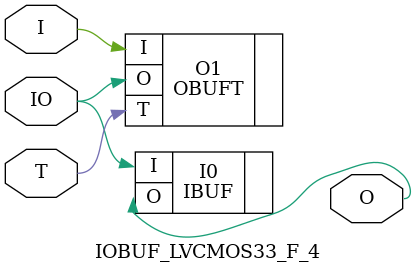
<source format=v>


`timescale  1 ps / 1 ps


module IOBUF_LVCMOS33_F_4 (O, IO, I, T);

    output O;

    inout  IO;

    input  I, T;

        OBUFT #(.IOSTANDARD("LVCMOS33"), .SLEW("FAST"), .DRIVE(4)) O1 (.O(IO), .I(I), .T(T)); 
	IBUF #(.IOSTANDARD("LVCMOS33"))  I0 (.O(O), .I(IO));
        

endmodule



</source>
